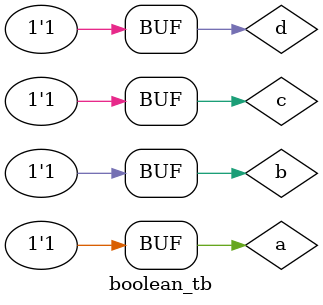
<source format=sv>
module boolean_tb();
  reg a,b,c,d;
  wire y;
  
  boolean_function dut(a,b,c,d,y);
    initial 
      begin
        a = 0; b = 0; c = 0; d = 0;
        #10;
        a = 1; b = 0; c = 0; d = 0;
        #10;
        a = 1; b = 1; c = 1; d = 1;
      end 
    
    initial 
      begin 
        $monitor("the values of a is %d,b is %d,c is %d,d is %d,y is %d",a,b,c,d,y);
      end
endmodule
   
    
</source>
